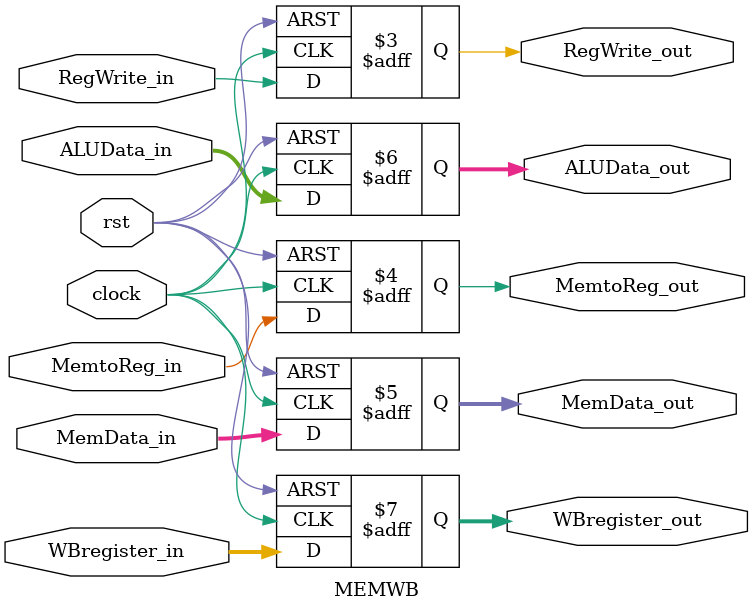
<source format=v>
module main(clk,led);
	input clk;
   wire clock;
	reg reset_n;
	wire Branch_Zero,PCWrite;
	wire [1:0] ForwardA_ALU,ForwardB_ALU,ForwardA_EQ,ForwardB_EQ;
	wire [2:0] ALUOp_ID,ALUOp_EX,ALUcontrol;
	wire [4:0] mux_RegDST_EX,mux_RegDST_WB,mux_RegDST_MEM;
	wire [9:0] Ctrl_Code;
	wire [31:0] PC_4_IF,PC_Offset,mux_Branch,pc,Instr_IF,PC_4_ID,Instr_ID,Rs_Data_ID;
	wire [31:0] Rt_Data_ID,Offset,mux_MemtoReg,Immediate_ID,Immediate_EX,Instr_EX;
	wire [31:0] mux_ALUSrc,Rs_Data_EX,Rt_Data_EX,ALUResult_MEM,muxA_ALUsrc,muxB_ALUsrc,ALUResult_EX;
	wire [31:0] muxA_EQsrc,muxB_EQsrc,Rt_Data_MEM,MemData_MEM,MemData_WB,ALUResult_WB;
	wire IFIDWrite,Stall,RegDST_ID,Branch,MemRead_ID,MemtoReg_ID,MemWrite_ID,ALUSrc_ID,RegWrite_ID;
	wire Branch_Taken,RegWrite_EX,MemtoReg_EX;
	wire MemRead_EX,MemWrite_EX,ALUSrc_EX,RegDST_EX,Zero,RegWrite_MEM,MemtoReg_MEM;
	wire MemRead_MEM,MemWrite_MEM,RegWrite_WB,MemtoReg_WB;
       
        output [10:0]led;
	assign led[0] =PCWrite;
   assign led[1] =Branch_Zero;
	assign led[2] =RegWrite_WB;
	assign led[3] =ForwardA_ALU;
	assign led[4] =MemRead_ID;
	assign led[5] =Branch_Taken;
   assign led[6] =RegWrite_EX;        
	assign led[7] =MemtoReg_ID;
	assign led[8] =MemtoReg_EX;
	assign led[9] =clock;
	assign led[10]=ALUResult_EX;
       
	divisorFrequencia divisorFrequencia(clk, clock);
	MUX2x32 MUXBranch(.Data0(PC_4_IF),.Data1(PC_Offset),.select(Branch_Zero),.Data_out(mux_Branch));
	MUX10 ControlStall(.Data1(10'b0),.Data2(Ctrl_Code),.select_in(Stall),.Data_out({RegDST_ID,Branch,MemRead_ID,MemtoReg_ID,ALUOp_ID,MemWrite_ID,ALUSrc_ID,RegWrite_ID}));
	MUX3x32 MUX1EQ(.Data0(Rs_Data_ID),.Data1(mux_MemtoReg),.Data2(ALUResult_MEM),.select(ForwardA_ALU),.Data_out(muxA_EQsrc));
	MUX3x32 MUX2EQ(.Data0(Rt_Data_ID),.Data1(mux_MemtoReg),.Data2(ALUResult_MEM),.select(ForwardB_ALU),.Data_out(muxB_EQsrc));
	MUX5 MUXRegDst(.Data1(Instr_EX[20:16]),.Data2(Instr_EX[15:11]),.select(RegDST_EX),.Data_out(mux_RegDST_EX));
	MUX2x32 MUXALUSrc(.Data0(muxB_ALUsrc),.Data1(Immediate_EX),.select(ALUSrc_EX),.Data_out(mux_ALUSrc));
	MUX3x32 MUX1ALU(.Data0(Rs_Data_EX),.Data1(mux_MemtoReg),.Data2(ALUResult_MEM),.select(ForwardA_ALU),.Data_out(muxA_ALUsrc));
	MUX3x32 MUX2ALU(.Data0(Rt_Data_EX),.Data1(mux_MemtoReg),.Data2(ALUResult_MEM),.select(ForwardB_ALU),.Data_out(muxB_ALUsrc));
	MUX2x32 MUXMemtoReg(.Data0(ALUResult_WB),.Data1(MemData_WB),.select(MemtoReg_WB),.Data_out(mux_MemtoReg));
	
	
	ALUcontrol ALUcontrol_test(.funct(Immediate_EX[5:0]),.ALUOp(ALUOp_EX),.ALUcontrol(ALUcontrol));
	ALU ALU_test(.Data1(muxA_ALUsrc),.Data2(mux_ALUSrc),.ALUcontrol(ALUcontrol),.Data(ALUResult_EX),.Zero(Zero));
	Add Add_test(.Data1(pc),.Data2(32'd4),.Data_out(PC_4_IF));
	AndPort And_test(.entrada1(muxA_EQsrc),.entrada2(muxB_EQsrc),.result(Branch_Taken));
	Add PC_Add_Offset(.Data1(PC_4_ID),.Data2(Offset),.Data_out(PC_Offset));
	Control Control_test(.OpCode(Instr_ID[31:26]),.RegDst(Ctrl_Code[9]),.Branch(Ctrl_Code[8]),.MemRead(Ctrl_Code[7]),.MemtoReg(Ctrl_Code[6]),.ALUOp(Ctrl_Code[5:3]),.MemWrite(Ctrl_Code[2]),.ALUSrc(Ctrl_Code[1]),.RegWrite(Ctrl_Code[0]));
	DataMemory DataMemory_test(.clock(clock),.addr(ALUResult_MEM),.Data_in(Rt_Data_MEM),.MemRead(MemRead_MEM),.MemWrite(MemWrite_MEM),.Data_out(MemData_MEM));
	InstructionMemory InstructionMemory_test(pc,Instr_IF,clock);
	IFID IFID_test(.clock(clock),.rst(reset_n),.PC_4_in(PC_4_IF),.instr_in(Instr_IF),.hazard_in(~Stall),.flush_in(Branch_Zero),.PC_4_out(PC_4_ID),.instr_out(Instr_ID));
	Registers Registers_test(.clock(clock),.Rs_addr(Instr_ID[25:21]),.Rt_addr(Instr_ID[20:16]),.Rd_addr(mux_RegDST_WB),.Rd_Data(mux_MemtoReg),.RegWrite(RegWrite_WB), .Rs_Data(Rs_Data_ID),.Rt_Data(Rt_Data_ID));
	SignedExtend SignedExtend_test(.Data_in(Instr_ID[15:0]),.Data_out(Immediate_ID));
	Forwarding Forwarding_test(.IfIdRegRs(Instr_ID[25:21]),.IfIdRegRt(Instr_ID[20:16]),.IdExRegRs(Instr_EX[25:21]),.IdExRegRt(Instr_EX[20:16]),.ExMemRegWrite(RegWrite_MEM),
			.ExMemRegRd(mux_RegDST_MEM),.MemWbRegWrite(RegWrite_WB),.MemWbRegRd(mux_RegDST_WB),.Branch(Branch),.ForwardA_ALU(ForwardA_ALU),.ForwardB_ALU(ForwardB_ALU),
			.ForwardA_EQ(ForwardA_EQ),.ForwardB_EQ(ForwardB_EQ));
	HazardDetection HazardDetection_test(.IFIDRegRs(Instr_ID[25:21]),.IFIDRegRt(Instr_ID[20:16]),.IDEXMemRead(MemRead_EX),.IDEXRegDST(mux_RegDST_EX),.Branch(Ctrl_Code[8]),.IDEXRegWrite(RegWrite_EX),.Stall(Stall),.clock(clock));
	PC PC(.clock(clock),.reset_n(reset_n),.PCin(mux_Branch),.PCout(pc),.pcWrite(~Stall));
	IDEX IDEX(.clock(clock),.rst(reset_n),.RegWrite_in(RegWrite_ID),.MemtoReg_in(MemtoReg_ID),.MemRead_in(MemRead_ID),.MemWrite_in(MemWrite_ID),.ALUSrc_in(ALUSrc_ID),
			.ALUOp_in(ALUOp_ID),.RegDst_in(RegDST_ID),.RegRsData_in(Rs_Data_ID),.RegRtData_in(Rt_Data_ID),.Immediate_in(Immediate_ID),.instr_Rs_addr_in(Instr_ID[25:21]),
			.instr_Rt_addr_in(Instr_ID[20:16]),.instr_Rd_addr_in(Instr_ID[15:11]),.RegWrite_out(RegWrite_EX),.MemtoReg_out(MemtoReg_EX),.MemRead_out(MemRead_EX),
			.MemWrite_out(MemWrite_EX),.ALUSrc_out(ALUSrc_EX),.ALUOp_out(ALUOp_EX),.RegDst_out(RegDST_EX),.RegRsData_out(Rs_Data_EX),.RegRtData_out(Rt_Data_EX),
			.Immediate_out(Immediate_EX),.instr_Rs_addr_out(Instr_EX[25:21]),.instr_Rt_addr_out(Instr_EX[20:16]),.instr_Rd_addr_out(Instr_EX[15:11]));
	
	EX_MEM EX_MEM_test(.clock(clock),.rst(reset_n),.RegWrite_in(RegWrite_EX),.MemtoReg_in(MemtoReg_EX),.MemRead_in(MemRead_EX),.MemWrite_in(MemWrite_EX),.ALUData_in(ALUResult_EX),
			.MemWriteData_in(muxB_ALUsrc),.WBregister_in(mux_RegDST_EX),.RegWrite_out(RegWrite_MEM),.MemtoReg_out(MemtoReg_MEM),.MemRead_out(MemRead_MEM),
			.MemWrite_out(MemWrite_MEM),.ALUData_out(ALUResult_MEM),.MemWriteData_out(Rt_Data_MEM),.WBregister_out(mux_RegDST_MEM));
	MEMWB MEMWB_test(.clock(clock),.rst(reset_n),.RegWrite_in(RegWrite_MEM),.MemtoReg_in(MemtoReg_MEM),.MemData_in(MemData_MEM),.ALUData_in(ALUResult_MEM),.WBregister_in(mux_RegDST_MEM),
			.RegWrite_out(RegWrite_WB),.MemtoReg_out(MemtoReg_WB),.MemData_out(MemData_WB),.ALUData_out(ALUResult_WB),.WBregister_out(mux_RegDST_WB));
	
	
	assign Offset=Immediate_ID << 2;
	assign Branch_Zero=Branch & Branch_Taken;
	
	
endmodule

module divisorFrequencia (input wire clk, output reg clock = 0);

	reg [31:0] cont = 0;

	always @ (posedge clk)
	begin
		cont = cont + 1;
		
		if(cont == 50000000)
		begin
			clock = ~clock;
			cont = 0;
		end
	end

endmodule

module Control(OpCode, RegDst, Branch, MemRead, MemtoReg, ALUOp, MemWrite, ALUSrc, RegWrite);
	input [5:0] OpCode;
	output RegDst,Branch,MemRead,MemtoReg,MemWrite,ALUSrc,RegWrite;
	output [2:0] ALUOp;
	reg [9:0] out;
   
	assign RegDst = out[9];
	assign Branch = out[8];
	assign MemRead = out[7];
	assign MemtoReg = out[6];
	assign MemWrite = out[5];
	assign ALUSrc = out[4];
	assign RegWrite = out[3];
	assign ALUOp = out[2:0];
   
	always @(OpCode)
		case(OpCode)
			6'b000000: //TIPO R
				out = 10'b1000001100;
			6'b001000: //TIPO Addi
				out = 10'b0000011010;
			6'b001100: //TIPO  Andi
				out = 10'b0000011000;
			6'b001101: //TIPO ORi
				out = 10'b0000011001;
			6'b101011: //TIPO SW
				out = 10'b0000110010;
			6'b100011: //TIPO LW
				out = 10'b0011011010;
			6'b000100: //TIPO BEQ
				out = 10'b0100000011;
		endcase 
endmodule

module ALU(Data1, Data2, ALUcontrol, Data, Zero);
	input [31:0] Data1,Data2;
	input [2:0] ALUcontrol;
	output [31:0] Data;
	output Zero;
	reg [31:0] Data;
	reg Zero;

	always @(Data1 or Data2 or ALUcontrol)begin
	if (~ALUcontrol[2] & ALUcontrol[1] & ~ALUcontrol[0])begin
		Data = Data1 + Data2;
		if (Data == 32'b0)begin
			Zero = 1'b1;
		end
		else begin
			Zero = 1'b0;
		end
	end
	if (ALUcontrol[2] & ALUcontrol[1] & ~ALUcontrol[0])begin
		Data = Data1 - Data2;
		if (Data == 32'b0)begin
			Zero = 1'b1;
		end
		else begin
			Zero = 1'b0;
		end
	end
	if (~ALUcontrol[2] & ~ALUcontrol[1] & ~ALUcontrol[0])begin
		Data = Data1 & Data2;
		if (Data == 32'b0)begin
			Zero = 1'b1;
		end
		else begin
			Zero = 1'b0;
		end
	end
	if (~ALUcontrol[2] & ~ALUcontrol[1] & ALUcontrol[0])begin
		Data = Data1 | Data2;
		if (Data == 32'b0)begin
			Zero = 1'b1;
		end
		else begin
			Zero = 1'b0;
		end
	end
	if (ALUcontrol[2] & ALUcontrol[1] & ALUcontrol[0])begin
		if ((Data1 - Data2) < 0)begin
			Data = 32'b1;
		end
		else begin
			Data = 32'b0;
		end
	end
	end
endmodule

module Add(Data1, Data2, Data_out);
	input [31:0] Data1,Data2;
	output [31:0] Data_out;
	reg [31:0] Data_out;

	always @(Data1 or Data2)begin
		Data_out = Data1 + Data2;
	end
endmodule

module ALUcontrol(funct, ALUOp, ALUcontrol);
	input [5:0] funct;
	input [2:0] ALUOp;
	output [2:0] ALUcontrol;
	reg [2:0] ALUcontrol;

	always @(ALUOp or funct)
    case(ALUOp)
		3'b010:
			ALUcontrol = 3'b010; // LW, SW , ADDI, ADD
		3'b011:
			ALUcontrol = 3'b110; // BEQ, SUB
		3'b000:
			ALUcontrol = 3'b000; // AND ANDI
		3'b001:
			ALUcontrol = 3'b001; // OR, ORI
		3'b100:
	case(funct)
		6'b100000:
			ALUcontrol = 3'b010; // ADD
		6'b100010:
			ALUcontrol = 3'b110; // SUB
		6'b100100:
			ALUcontrol = 3'b000; // AND
		6'b100101:
			ALUcontrol = 3'b001; // OR 
		6'b101010:
			ALUcontrol = 3'b111; // SLT
	endcase 
    endcase 
endmodule

module DataMemory(clock, addr, Data_in, MemRead, MemWrite, Data_out);
	input MemWrite,MemRead, clock;
	input[31:0]addr,Data_in;
	output reg[31:0]Data_out;
	reg[31:0]Memory[256:0];
        initial begin
		Memory[0] = 32'b00000000000000000000000000000001;
		Memory[1] = 32'b00000000000000000000000000000011;
		Memory[2] = 32'b00000000000000000000000000000111;
		Memory[3] = 32'b00000000000000000000000000000010;
		Memory[4] = 32'b00000000000000000000000000000000;
		Memory[5] = 32'b00000000000000000000000000000000;
		Memory[6] = 32'b00000000000000000000000000000000;
      Memory[7] = 32'b00000000000000000000000000000000;
		Memory[8] = 32'b00000000000000000000000000000000;
		Memory[9] = 32'b00000000000000000000000000000000;
		Memory[10] = 32'b00000000000000000000000000000000;
		Memory[11] = 32'b00000000000000000000000000000000;
		Memory[12] = 32'b00000000000000000000000000000000;
		Memory[13] = 32'b00000000000000000000000000000000;
	end

	always @(negedge clock) begin
        if(MemWrite)
        	Memory[addr] <= Data_in;
        if(MemRead)
		Data_out <= Memory[addr];
	end
endmodule

module AndPort(entrada1, entrada2, result);
	input [31:0] entrada1,entrada2;
	output result;

	assign result = (entrada1 == entrada2) ? 1 : 0 ;
endmodule

module MUX2x32(Data0,Data1,select,Data_out);
	input [31:0] Data0,Data1;
	input select;
	output [31:0] Data_out;
	assign Data_out = (select) ? Data1 : Data0;
endmodule

module MUX3x32(Data0,Data1,Data2,select,Data_out);
	input [31:0] Data0,Data1,Data2;
	input [1:0] select;
	output [31:0] Data_out;
	assign Data_out = (select[1]) ? Data2 : ((select[0]) ? Data1 : Data0);
endmodule

module MUX5(Data1,Data2,select,Data_out);
	input [4:0] Data1,Data2;
	input select;
	output [4:0] Data_out;
	assign Data_out = (select) ? Data2 : Data1;
endmodule

module MUX10(Data1, Data2, select_in, Data_out);
	input [9:0] Data1,Data2;
	input select_in;
	output [9:0] Data_out;
	assign Data_out = (select_in) ? Data1 : Data2;
endmodule

module PC(clock,reset_n,PCin,PCout,pcWrite);
	input clock,reset_n,pcWrite;
	input [31:0] PCin;
	output [31:0] PCout;
	reg [31:0] PCout;

	always @(posedge clock or negedge reset_n)begin
		if(~reset_n)begin
			PCout<=32'b0;
		end
		else if(pcWrite)begin
			PCout<=PCin;
		end
	end
endmodule

module Registers (clock,Rs_addr,Rt_addr,Rd_addr,Rd_Data,RegWrite,Rs_Data,Rt_Data);
	input clock,RegWrite;
	input [4:0] Rs_addr,Rt_addr,Rd_addr;
	input [31:0] Rd_Data;
	output [31:0] Rs_Data,Rt_Data;

	reg [31:0] RegistersMemory [0:31];
	initial begin
		RegistersMemory[0] = 32'b00000000000000000000000000000001;
		RegistersMemory[1] = 32'b00000000000000000000000000000001;
		RegistersMemory[2] = 32'b00000000000000000000000000000010;
		RegistersMemory[3] = 32'b00000000000000000000000000000001;
		RegistersMemory[4] = 32'b00000000000000000000000000000000;
		RegistersMemory[5] = 32'b00000000000000000000000000000001;
      RegistersMemory[6] = 32'b00000000000000000000000000000000;
		RegistersMemory[7] = 32'b00000000000000000000000000000001;		
      RegistersMemory[8] = 32'b00000000000000000000000000000101; //T0 = 5
      RegistersMemory[9] = 32'b00000000000000000000000000000100; //T1 = 4
		RegistersMemory[10] = 32'b0000000000000000000000000000101; //T2 = 5
		RegistersMemory[11] = 32'b0000000000000000000000000000100; //T3 = 4
		RegistersMemory[12] = 32'b00000000000000000000000000000001;
		RegistersMemory[13] = 32'b00000000000000000000000000000000;
		RegistersMemory[14] = 32'b00000000000000000000000000000001;
		RegistersMemory[15] = 32'b00000000000000000000000000000000;
      RegistersMemory[16] = 32'b00000000000000000000000000000001;
		RegistersMemory[17] = 32'b00000000000000000000000000000001;
		RegistersMemory[18] = 32'b00000000000000000000000000000010;
		RegistersMemory[19] = 32'b00000000000000000000000000000001;
		RegistersMemory[20] = 32'b00000000000000000000000000000000;
		RegistersMemory[21] = 32'b00000000000000000000000000000001;
		RegistersMemory[22] = 32'b00000000000000000000000000000000;
		RegistersMemory[23] = 32'b00000000000000000000000000000000;
		RegistersMemory[24] = 32'b00000000000000000000000000000001;
		RegistersMemory[25] = 32'b00000000000000000000000000000000;
      RegistersMemory[26] = 32'b00000000000000000000000000000001;
		RegistersMemory[27] = 32'b00000000000000000000000000000001;
		RegistersMemory[28] = 32'b00000000000000000000000000000010;
		RegistersMemory[29] = 32'b00000000000000000000000000000001;
		RegistersMemory[30] = 32'b00000000000000000000000000000000;
		RegistersMemory[31] = 32'b00000000000000000000000000000001;
	end
    
	assign Rs_Data=(Rs_addr==5'b0) ? 32'b0 : RegistersMemory[Rs_addr];
	assign Rt_Data=(Rt_addr==5'b0) ? 32'b0 : RegistersMemory[Rt_addr];

	
	always @(negedge clock)begin
		if(RegWrite)
			RegistersMemory[Rd_addr] <= Rd_Data;
	end
endmodule

module SignedExtend(Data_in,Data_out);
	input [15:0] Data_in;
	output [31:0] Data_out;

	assign Data_out = {{16{Data_in[15]}}, Data_in};
endmodule

module InstructionMemory(PCout,Instruction,clock);
	input[31:0]PCout;
        input clock;
	output reg[31:0]Instruction;
	reg[31:0]Memory[31:0];
	initial begin
		//Memory[0] = 32'b00000001010010111011000000100010; //sub
		//Memory[1] = 32'b00000001000010011010100000100000; //add
		
		Memory[0] = 32'b00000010010000000101100000100000;
		Memory[1] = 32'b00000000000100100101100000100100;
		Memory[2] = 32'b00000010010100110101100000100101;
		Memory[3] = 32'b00000010010000000101100000100010;
		Memory[4] = 32'b00000000000100100101100000101010;
		Memory[5] = 32'b10001100000000000000000000000000;
		Memory[6] = 32'b10101111101010000000000000101000;
      Memory[7] = 32'b00010000001000100000000000000100;
      
		/*
		Memory[0] = 32'b00000010010000000101100000100000;
		Memory[1] = 32'b00000000000100100101100000100100;
		*/
	end
	always @(posedge clock) begin
		Instruction=Memory[PCout/4];
	end
endmodule

/*
PIPELINE
*/

module EX_MEM(clock,rst,RegWrite_in,MemtoReg_in,MemRead_in,MemWrite_in,ALUData_in,MemWriteData_in,WBregister_in,RegWrite_out,MemtoReg_out,MemRead_out,
		MemWrite_out,ALUData_out,MemWriteData_out,WBregister_out);
	input clock,rst,RegWrite_in,MemtoReg_in,MemRead_in,MemWrite_in;
	input [31:0] ALUData_in,MemWriteData_in;
	input [4:0] WBregister_in;
	output RegWrite_out,MemtoReg_out,MemRead_out,MemWrite_out;
	output [31:0] ALUData_out,MemWriteData_out;
	output [4:0] WBregister_out;
	reg RegWrite_out,MemtoReg_out,MemRead_out,MemWrite_out;
	reg [31:0] ALUData_out,MemWriteData_out;
	reg	[4:0] WBregister_out;

	always @(posedge clock or negedge rst)begin
		if(~rst)begin
			RegWrite_out<=1'b0;
			MemtoReg_out<=1'b0;
			MemRead_out<=1'b0;
			MemWrite_out<=1'b0;
			ALUData_out<=32'b0;
			MemWriteData_out<=32'b0;
			WBregister_out<=5'b0;		
		end
		else begin
			RegWrite_out<=RegWrite_in;
			MemtoReg_out<=MemtoReg_in;
			MemRead_out<=MemRead_in;
			MemWrite_out<=MemWrite_in;
			ALUData_out<=ALUData_in;
			MemWriteData_out<=MemWriteData_in;
			WBregister_out<=WBregister_in;	
		end
	end
endmodule

module Forwarding(IfIdRegRs,IfIdRegRt,Branch,IdExRegRs,IdExRegRt,ExMemRegWrite,ExMemRegRd,MemWbRegWrite,MemWbRegRd,ForwardA_ALU,ForwardB_ALU,ForwardA_EQ,ForwardB_EQ);
	input [4:0] IdExRegRs,IdExRegRt,ExMemRegRd,MemWbRegRd,IfIdRegRs,IfIdRegRt; 
	input ExMemRegWrite,MemWbRegWrite,Branch;
	output [1:0] ForwardA_ALU,ForwardB_ALU,ForwardA_EQ,ForwardB_EQ;
	reg [1:0] ForwardA_ALU,ForwardB_ALU,ForwardA_EQ,ForwardB_EQ;

	initial begin
		ForwardA_ALU = 2'b00;
		ForwardB_ALU = 2'b00;
		ForwardA_EQ = 2'b00;
		ForwardB_EQ = 2'b00;
	end

	always @(IdExRegRs or IdExRegRt or ExMemRegRd or MemWbRegRd or IfIdRegRs or IfIdRegRt or ExMemRegWrite or MemWbRegWrite) begin
	if (ExMemRegWrite && (ExMemRegRd != 5'b0) && (ExMemRegRd == IdExRegRs)) 
		ForwardA_ALU <= 2'b10;
	else if (MemWbRegWrite && (MemWbRegRd != 5'b0) && (MemWbRegRd == IdExRegRs))
		ForwardA_ALU <= 2'b01;
	else
		ForwardA_ALU <= 2'b00;
	if (ExMemRegWrite && (ExMemRegRd != 5'b0) && (ExMemRegRd == IdExRegRt))
		ForwardB_ALU <= 2'b10;
	else if (MemWbRegWrite && (MemWbRegRd != 5'b0) && (MemWbRegRd == IdExRegRt))
		ForwardB_ALU <= 2'b01;
	else
		ForwardB_ALU <= 2'b00;
	if (Branch)begin
		if (ExMemRegWrite && (ExMemRegRd != 5'b0) && (ExMemRegRd == IfIdRegRs)) 
			ForwardA_EQ <= 2'b10;
		else if (MemWbRegWrite && (MemWbRegRd != 5'b0) && (MemWbRegRd == IfIdRegRs))
			ForwardA_EQ <= 2'b01;
		else
			ForwardA_EQ <= 2'b00;
		if (ExMemRegWrite && (ExMemRegRd != 5'b0) && (ExMemRegRd == IfIdRegRt))
			ForwardB_EQ <= 2'b10;
		else if (MemWbRegWrite && (MemWbRegRd != 5'b0) && (MemWbRegRd == IfIdRegRt))
			ForwardB_EQ <= 2'b01;
		else
			ForwardB_EQ <= 2'b00;
		end
	end
endmodule

module HazardDetection(IFIDRegRs,IFIDRegRt,IDEXRegDST,IDEXMemRead,IDEXRegWrite,Branch,Stall,clock);
	input [4:0] IFIDRegRs,IFIDRegRt,IDEXRegDST;
	input IDEXMemRead,Branch,IDEXRegWrite,clock;
	output Stall;
	reg Stall,Stall2;

	initial	begin
		Stall <= 0;
		Stall2 <= 0;
	end

	always @ (negedge clock) begin
		Stall <= 0;
		if (Branch)begin
			if (IDEXMemRead && ((IFIDRegRs == IDEXRegDST) || (IFIDRegRt == IDEXRegDST)))begin
				Stall <= 1;
				Stall2 <= 1;
			end 
			else if (IDEXRegWrite && ((IFIDRegRs == IDEXRegDST) || (IFIDRegRt == IDEXRegDST)))begin
				Stall <= 1;
				Stall2 <= 0;
    	    end 
			else if (Stall2)begin
				Stall <= 1;
				Stall2 <= 0;
    		end
		end 
		else 
		if (IDEXMemRead && ((IFIDRegRs == IDEXRegDST) || (IFIDRegRt == IDEXRegDST)))begin
			Stall <= 1;
			Stall2 <= 0;
		end 
		else begin
			Stall <= 0; 
        end
	end
endmodule


module IDEX(clock,rst,RegWrite_in,MemtoReg_in,MemRead_in,MemWrite_in,ALUSrc_in,ALUOp_in,RegDst_in,RegRsData_in,RegRtData_in,Immediate_in,instr_Rs_addr_in,
		instr_Rt_addr_in,instr_Rd_addr_in,RegWrite_out,MemtoReg_out,MemRead_out,MemWrite_out,ALUSrc_out,ALUOp_out,RegDst_out,RegRsData_out,RegRtData_out,
		Immediate_out,instr_Rs_addr_out,instr_Rt_addr_out,instr_Rd_addr_out);
	input clock,rst,RegWrite_in,MemtoReg_in,MemRead_in,MemWrite_in,ALUSrc_in,RegDst_in;
	input [2:0] ALUOp_in;
	input [31:0] RegRsData_in,RegRtData_in,Immediate_in;
	input [4:0] instr_Rs_addr_in,instr_Rt_addr_in,instr_Rd_addr_in;
	output RegWrite_out,MemtoReg_out,MemRead_out,MemWrite_out,ALUSrc_out,RegDst_out;
	output [2:0] ALUOp_out;
	output [31:0] RegRsData_out,RegRtData_out,Immediate_out;
	output [4:0] instr_Rs_addr_out,instr_Rt_addr_out,instr_Rd_addr_out;
	reg RegWrite_out,MemtoReg_out,MemRead_out,MemWrite_out,ALUSrc_out,RegDst_out;
	reg [2:0] ALUOp_out;
	reg	[31:0] RegRsData_out,RegRtData_out,Immediate_out;
	reg	[4:0] instr_Rs_addr_out,instr_Rt_addr_out,instr_Rd_addr_out;

	always @(posedge clock or negedge rst)begin
		if(~rst)begin
			RegWrite_out<=1'b0;
			MemtoReg_out<=1'b0;
			MemRead_out<=1'b0;
			MemWrite_out<=1'b0;
			ALUSrc_out<=1'b0;
			ALUOp_out<=3'b0;
			RegDst_out<=1'b0;
			RegRsData_out<=32'b0;
			RegRtData_out<=32'b0;
			Immediate_out<=32'b0;
			instr_Rs_addr_out<=5'b0;
			instr_Rt_addr_out<=5'b0;
			instr_Rd_addr_out<=5'b0;
		end
		else begin
			RegWrite_out<=RegWrite_in;
			MemtoReg_out<=MemtoReg_in;
			MemRead_out<=MemRead_in;
			MemWrite_out<=MemWrite_in;
			ALUSrc_out<=ALUSrc_in;
			ALUOp_out<=ALUOp_in;
			RegDst_out<=RegDst_in;
			RegRsData_out<=RegRsData_in;
			RegRtData_out<=RegRtData_in;
			Immediate_out<=Immediate_in;
			instr_Rs_addr_out<=instr_Rs_addr_in;
			instr_Rt_addr_out<=instr_Rt_addr_in;
			instr_Rd_addr_out<=instr_Rd_addr_in;
		end
	end
endmodule

module IFID(clock,rst,PC_4_in,instr_in,hazard_in,flush_in,PC_4_out,instr_out);
	input clock,rst,hazard_in,flush_in;
	input [31:0] PC_4_in,instr_in;
	output [31:0] PC_4_out,instr_out;
	reg [31:0] PC_4_out,instr_out;

	always @(posedge clock or negedge rst)begin
		if(~rst)begin
			PC_4_out <=  32'b0;
			instr_out <= 32'b0;
		end
		else begin
			if(~hazard_in)begin
				PC_4_out <= PC_4_out;
				instr_out <= instr_out;
			end
			else begin
				if(flush_in)begin
					PC_4_out <= 32'b0;
					instr_out <= 32'b0;
				end
				else begin
					PC_4_out <= PC_4_in;
					instr_out <= instr_in;
				end
			end
		end
	end
endmodule

module MEMWB(clock,rst,RegWrite_in,MemtoReg_in,MemData_in,ALUData_in,WBregister_in,RegWrite_out,MemtoReg_out,MemData_out,ALUData_out,WBregister_out);
	input clock,rst,RegWrite_in,MemtoReg_in;
	input [31:0] MemData_in,ALUData_in;
	input [4:0] WBregister_in;
	output RegWrite_out,MemtoReg_out;
	output [31:0] MemData_out,ALUData_out;
	output [4:0] WBregister_out;
	reg	RegWrite_out,MemtoReg_out;
	reg	[31:0] MemData_out,ALUData_out;
	reg	[4:0] WBregister_out;

	always @(posedge clock or negedge rst)begin
		if(~rst)begin
			RegWrite_out<=1'b0;
			MemtoReg_out<=1'b0;
			MemData_out<=32'b0;
			ALUData_out<=32'b0;
			WBregister_out<=5'b0;
		end
		else begin
			RegWrite_out<=RegWrite_in;
			MemtoReg_out<=MemtoReg_in;
			MemData_out<=MemData_in;
			ALUData_out<=ALUData_in;
			WBregister_out<=WBregister_in;
		end
	end
endmodule






</source>
